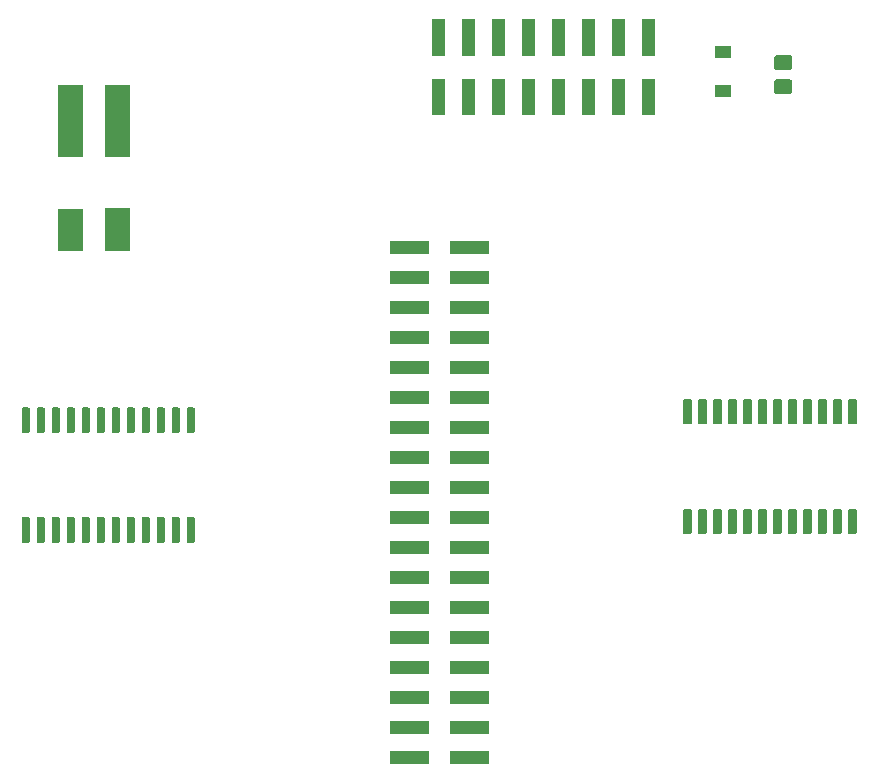
<source format=gbr>
G04 #@! TF.GenerationSoftware,KiCad,Pcbnew,5.1.2*
G04 #@! TF.CreationDate,2019-05-22T09:14:52+02:00*
G04 #@! TF.ProjectId,polythene_sensor,706f6c79-7468-4656-9e65-5f73656e736f,rev?*
G04 #@! TF.SameCoordinates,Original*
G04 #@! TF.FileFunction,Soldermask,Top*
G04 #@! TF.FilePolarity,Negative*
%FSLAX46Y46*%
G04 Gerber Fmt 4.6, Leading zero omitted, Abs format (unit mm)*
G04 Created by KiCad (PCBNEW 5.1.2) date 2019-05-22 09:14:52*
%MOMM*%
%LPD*%
G04 APERTURE LIST*
%ADD10C,0.100000*%
G04 APERTURE END LIST*
D10*
G36*
X173175300Y-117403700D02*
G01*
X169923300Y-117403700D01*
X169923300Y-116301700D01*
X173175300Y-116301700D01*
X173175300Y-117403700D01*
X173175300Y-117403700D01*
G37*
G36*
X168125300Y-117403700D02*
G01*
X164873300Y-117403700D01*
X164873300Y-116301700D01*
X168125300Y-116301700D01*
X168125300Y-117403700D01*
X168125300Y-117403700D01*
G37*
G36*
X168125300Y-114863700D02*
G01*
X164873300Y-114863700D01*
X164873300Y-113761700D01*
X168125300Y-113761700D01*
X168125300Y-114863700D01*
X168125300Y-114863700D01*
G37*
G36*
X173175300Y-114863700D02*
G01*
X169923300Y-114863700D01*
X169923300Y-113761700D01*
X173175300Y-113761700D01*
X173175300Y-114863700D01*
X173175300Y-114863700D01*
G37*
G36*
X168125300Y-112323700D02*
G01*
X164873300Y-112323700D01*
X164873300Y-111221700D01*
X168125300Y-111221700D01*
X168125300Y-112323700D01*
X168125300Y-112323700D01*
G37*
G36*
X173175300Y-112323700D02*
G01*
X169923300Y-112323700D01*
X169923300Y-111221700D01*
X173175300Y-111221700D01*
X173175300Y-112323700D01*
X173175300Y-112323700D01*
G37*
G36*
X168125300Y-109783700D02*
G01*
X164873300Y-109783700D01*
X164873300Y-108681700D01*
X168125300Y-108681700D01*
X168125300Y-109783700D01*
X168125300Y-109783700D01*
G37*
G36*
X173175300Y-109783700D02*
G01*
X169923300Y-109783700D01*
X169923300Y-108681700D01*
X173175300Y-108681700D01*
X173175300Y-109783700D01*
X173175300Y-109783700D01*
G37*
G36*
X168125300Y-107243700D02*
G01*
X164873300Y-107243700D01*
X164873300Y-106141700D01*
X168125300Y-106141700D01*
X168125300Y-107243700D01*
X168125300Y-107243700D01*
G37*
G36*
X173175300Y-107243700D02*
G01*
X169923300Y-107243700D01*
X169923300Y-106141700D01*
X173175300Y-106141700D01*
X173175300Y-107243700D01*
X173175300Y-107243700D01*
G37*
G36*
X173175300Y-104703700D02*
G01*
X169923300Y-104703700D01*
X169923300Y-103601700D01*
X173175300Y-103601700D01*
X173175300Y-104703700D01*
X173175300Y-104703700D01*
G37*
G36*
X168125300Y-104703700D02*
G01*
X164873300Y-104703700D01*
X164873300Y-103601700D01*
X168125300Y-103601700D01*
X168125300Y-104703700D01*
X168125300Y-104703700D01*
G37*
G36*
X168125300Y-102163700D02*
G01*
X164873300Y-102163700D01*
X164873300Y-101061700D01*
X168125300Y-101061700D01*
X168125300Y-102163700D01*
X168125300Y-102163700D01*
G37*
G36*
X173175300Y-102163700D02*
G01*
X169923300Y-102163700D01*
X169923300Y-101061700D01*
X173175300Y-101061700D01*
X173175300Y-102163700D01*
X173175300Y-102163700D01*
G37*
G36*
X173175300Y-99623700D02*
G01*
X169923300Y-99623700D01*
X169923300Y-98521700D01*
X173175300Y-98521700D01*
X173175300Y-99623700D01*
X173175300Y-99623700D01*
G37*
G36*
X168125300Y-99623700D02*
G01*
X164873300Y-99623700D01*
X164873300Y-98521700D01*
X168125300Y-98521700D01*
X168125300Y-99623700D01*
X168125300Y-99623700D01*
G37*
G36*
X146944928Y-96540764D02*
G01*
X146966009Y-96547160D01*
X146985445Y-96557548D01*
X147002476Y-96571524D01*
X147016452Y-96588555D01*
X147026840Y-96607991D01*
X147033236Y-96629072D01*
X147036000Y-96657140D01*
X147036000Y-98570860D01*
X147033236Y-98598928D01*
X147026840Y-98620009D01*
X147016452Y-98639445D01*
X147002476Y-98656476D01*
X146985445Y-98670452D01*
X146966009Y-98680840D01*
X146944928Y-98687236D01*
X146916860Y-98690000D01*
X146453140Y-98690000D01*
X146425072Y-98687236D01*
X146403991Y-98680840D01*
X146384555Y-98670452D01*
X146367524Y-98656476D01*
X146353548Y-98639445D01*
X146343160Y-98620009D01*
X146336764Y-98598928D01*
X146334000Y-98570860D01*
X146334000Y-96657140D01*
X146336764Y-96629072D01*
X146343160Y-96607991D01*
X146353548Y-96588555D01*
X146367524Y-96571524D01*
X146384555Y-96557548D01*
X146403991Y-96547160D01*
X146425072Y-96540764D01*
X146453140Y-96538000D01*
X146916860Y-96538000D01*
X146944928Y-96540764D01*
X146944928Y-96540764D01*
G37*
G36*
X138054928Y-96540764D02*
G01*
X138076009Y-96547160D01*
X138095445Y-96557548D01*
X138112476Y-96571524D01*
X138126452Y-96588555D01*
X138136840Y-96607991D01*
X138143236Y-96629072D01*
X138146000Y-96657140D01*
X138146000Y-98570860D01*
X138143236Y-98598928D01*
X138136840Y-98620009D01*
X138126452Y-98639445D01*
X138112476Y-98656476D01*
X138095445Y-98670452D01*
X138076009Y-98680840D01*
X138054928Y-98687236D01*
X138026860Y-98690000D01*
X137563140Y-98690000D01*
X137535072Y-98687236D01*
X137513991Y-98680840D01*
X137494555Y-98670452D01*
X137477524Y-98656476D01*
X137463548Y-98639445D01*
X137453160Y-98620009D01*
X137446764Y-98598928D01*
X137444000Y-98570860D01*
X137444000Y-96657140D01*
X137446764Y-96629072D01*
X137453160Y-96607991D01*
X137463548Y-96588555D01*
X137477524Y-96571524D01*
X137494555Y-96557548D01*
X137513991Y-96547160D01*
X137535072Y-96540764D01*
X137563140Y-96538000D01*
X138026860Y-96538000D01*
X138054928Y-96540764D01*
X138054928Y-96540764D01*
G37*
G36*
X136784928Y-96540764D02*
G01*
X136806009Y-96547160D01*
X136825445Y-96557548D01*
X136842476Y-96571524D01*
X136856452Y-96588555D01*
X136866840Y-96607991D01*
X136873236Y-96629072D01*
X136876000Y-96657140D01*
X136876000Y-98570860D01*
X136873236Y-98598928D01*
X136866840Y-98620009D01*
X136856452Y-98639445D01*
X136842476Y-98656476D01*
X136825445Y-98670452D01*
X136806009Y-98680840D01*
X136784928Y-98687236D01*
X136756860Y-98690000D01*
X136293140Y-98690000D01*
X136265072Y-98687236D01*
X136243991Y-98680840D01*
X136224555Y-98670452D01*
X136207524Y-98656476D01*
X136193548Y-98639445D01*
X136183160Y-98620009D01*
X136176764Y-98598928D01*
X136174000Y-98570860D01*
X136174000Y-96657140D01*
X136176764Y-96629072D01*
X136183160Y-96607991D01*
X136193548Y-96588555D01*
X136207524Y-96571524D01*
X136224555Y-96557548D01*
X136243991Y-96547160D01*
X136265072Y-96540764D01*
X136293140Y-96538000D01*
X136756860Y-96538000D01*
X136784928Y-96540764D01*
X136784928Y-96540764D01*
G37*
G36*
X135514928Y-96540764D02*
G01*
X135536009Y-96547160D01*
X135555445Y-96557548D01*
X135572476Y-96571524D01*
X135586452Y-96588555D01*
X135596840Y-96607991D01*
X135603236Y-96629072D01*
X135606000Y-96657140D01*
X135606000Y-98570860D01*
X135603236Y-98598928D01*
X135596840Y-98620009D01*
X135586452Y-98639445D01*
X135572476Y-98656476D01*
X135555445Y-98670452D01*
X135536009Y-98680840D01*
X135514928Y-98687236D01*
X135486860Y-98690000D01*
X135023140Y-98690000D01*
X134995072Y-98687236D01*
X134973991Y-98680840D01*
X134954555Y-98670452D01*
X134937524Y-98656476D01*
X134923548Y-98639445D01*
X134913160Y-98620009D01*
X134906764Y-98598928D01*
X134904000Y-98570860D01*
X134904000Y-96657140D01*
X134906764Y-96629072D01*
X134913160Y-96607991D01*
X134923548Y-96588555D01*
X134937524Y-96571524D01*
X134954555Y-96557548D01*
X134973991Y-96547160D01*
X134995072Y-96540764D01*
X135023140Y-96538000D01*
X135486860Y-96538000D01*
X135514928Y-96540764D01*
X135514928Y-96540764D01*
G37*
G36*
X134244928Y-96540764D02*
G01*
X134266009Y-96547160D01*
X134285445Y-96557548D01*
X134302476Y-96571524D01*
X134316452Y-96588555D01*
X134326840Y-96607991D01*
X134333236Y-96629072D01*
X134336000Y-96657140D01*
X134336000Y-98570860D01*
X134333236Y-98598928D01*
X134326840Y-98620009D01*
X134316452Y-98639445D01*
X134302476Y-98656476D01*
X134285445Y-98670452D01*
X134266009Y-98680840D01*
X134244928Y-98687236D01*
X134216860Y-98690000D01*
X133753140Y-98690000D01*
X133725072Y-98687236D01*
X133703991Y-98680840D01*
X133684555Y-98670452D01*
X133667524Y-98656476D01*
X133653548Y-98639445D01*
X133643160Y-98620009D01*
X133636764Y-98598928D01*
X133634000Y-98570860D01*
X133634000Y-96657140D01*
X133636764Y-96629072D01*
X133643160Y-96607991D01*
X133653548Y-96588555D01*
X133667524Y-96571524D01*
X133684555Y-96557548D01*
X133703991Y-96547160D01*
X133725072Y-96540764D01*
X133753140Y-96538000D01*
X134216860Y-96538000D01*
X134244928Y-96540764D01*
X134244928Y-96540764D01*
G37*
G36*
X140594928Y-96540764D02*
G01*
X140616009Y-96547160D01*
X140635445Y-96557548D01*
X140652476Y-96571524D01*
X140666452Y-96588555D01*
X140676840Y-96607991D01*
X140683236Y-96629072D01*
X140686000Y-96657140D01*
X140686000Y-98570860D01*
X140683236Y-98598928D01*
X140676840Y-98620009D01*
X140666452Y-98639445D01*
X140652476Y-98656476D01*
X140635445Y-98670452D01*
X140616009Y-98680840D01*
X140594928Y-98687236D01*
X140566860Y-98690000D01*
X140103140Y-98690000D01*
X140075072Y-98687236D01*
X140053991Y-98680840D01*
X140034555Y-98670452D01*
X140017524Y-98656476D01*
X140003548Y-98639445D01*
X139993160Y-98620009D01*
X139986764Y-98598928D01*
X139984000Y-98570860D01*
X139984000Y-96657140D01*
X139986764Y-96629072D01*
X139993160Y-96607991D01*
X140003548Y-96588555D01*
X140017524Y-96571524D01*
X140034555Y-96557548D01*
X140053991Y-96547160D01*
X140075072Y-96540764D01*
X140103140Y-96538000D01*
X140566860Y-96538000D01*
X140594928Y-96540764D01*
X140594928Y-96540764D01*
G37*
G36*
X141864928Y-96540764D02*
G01*
X141886009Y-96547160D01*
X141905445Y-96557548D01*
X141922476Y-96571524D01*
X141936452Y-96588555D01*
X141946840Y-96607991D01*
X141953236Y-96629072D01*
X141956000Y-96657140D01*
X141956000Y-98570860D01*
X141953236Y-98598928D01*
X141946840Y-98620009D01*
X141936452Y-98639445D01*
X141922476Y-98656476D01*
X141905445Y-98670452D01*
X141886009Y-98680840D01*
X141864928Y-98687236D01*
X141836860Y-98690000D01*
X141373140Y-98690000D01*
X141345072Y-98687236D01*
X141323991Y-98680840D01*
X141304555Y-98670452D01*
X141287524Y-98656476D01*
X141273548Y-98639445D01*
X141263160Y-98620009D01*
X141256764Y-98598928D01*
X141254000Y-98570860D01*
X141254000Y-96657140D01*
X141256764Y-96629072D01*
X141263160Y-96607991D01*
X141273548Y-96588555D01*
X141287524Y-96571524D01*
X141304555Y-96557548D01*
X141323991Y-96547160D01*
X141345072Y-96540764D01*
X141373140Y-96538000D01*
X141836860Y-96538000D01*
X141864928Y-96540764D01*
X141864928Y-96540764D01*
G37*
G36*
X143134928Y-96540764D02*
G01*
X143156009Y-96547160D01*
X143175445Y-96557548D01*
X143192476Y-96571524D01*
X143206452Y-96588555D01*
X143216840Y-96607991D01*
X143223236Y-96629072D01*
X143226000Y-96657140D01*
X143226000Y-98570860D01*
X143223236Y-98598928D01*
X143216840Y-98620009D01*
X143206452Y-98639445D01*
X143192476Y-98656476D01*
X143175445Y-98670452D01*
X143156009Y-98680840D01*
X143134928Y-98687236D01*
X143106860Y-98690000D01*
X142643140Y-98690000D01*
X142615072Y-98687236D01*
X142593991Y-98680840D01*
X142574555Y-98670452D01*
X142557524Y-98656476D01*
X142543548Y-98639445D01*
X142533160Y-98620009D01*
X142526764Y-98598928D01*
X142524000Y-98570860D01*
X142524000Y-96657140D01*
X142526764Y-96629072D01*
X142533160Y-96607991D01*
X142543548Y-96588555D01*
X142557524Y-96571524D01*
X142574555Y-96557548D01*
X142593991Y-96547160D01*
X142615072Y-96540764D01*
X142643140Y-96538000D01*
X143106860Y-96538000D01*
X143134928Y-96540764D01*
X143134928Y-96540764D01*
G37*
G36*
X144404928Y-96540764D02*
G01*
X144426009Y-96547160D01*
X144445445Y-96557548D01*
X144462476Y-96571524D01*
X144476452Y-96588555D01*
X144486840Y-96607991D01*
X144493236Y-96629072D01*
X144496000Y-96657140D01*
X144496000Y-98570860D01*
X144493236Y-98598928D01*
X144486840Y-98620009D01*
X144476452Y-98639445D01*
X144462476Y-98656476D01*
X144445445Y-98670452D01*
X144426009Y-98680840D01*
X144404928Y-98687236D01*
X144376860Y-98690000D01*
X143913140Y-98690000D01*
X143885072Y-98687236D01*
X143863991Y-98680840D01*
X143844555Y-98670452D01*
X143827524Y-98656476D01*
X143813548Y-98639445D01*
X143803160Y-98620009D01*
X143796764Y-98598928D01*
X143794000Y-98570860D01*
X143794000Y-96657140D01*
X143796764Y-96629072D01*
X143803160Y-96607991D01*
X143813548Y-96588555D01*
X143827524Y-96571524D01*
X143844555Y-96557548D01*
X143863991Y-96547160D01*
X143885072Y-96540764D01*
X143913140Y-96538000D01*
X144376860Y-96538000D01*
X144404928Y-96540764D01*
X144404928Y-96540764D01*
G37*
G36*
X139324928Y-96540764D02*
G01*
X139346009Y-96547160D01*
X139365445Y-96557548D01*
X139382476Y-96571524D01*
X139396452Y-96588555D01*
X139406840Y-96607991D01*
X139413236Y-96629072D01*
X139416000Y-96657140D01*
X139416000Y-98570860D01*
X139413236Y-98598928D01*
X139406840Y-98620009D01*
X139396452Y-98639445D01*
X139382476Y-98656476D01*
X139365445Y-98670452D01*
X139346009Y-98680840D01*
X139324928Y-98687236D01*
X139296860Y-98690000D01*
X138833140Y-98690000D01*
X138805072Y-98687236D01*
X138783991Y-98680840D01*
X138764555Y-98670452D01*
X138747524Y-98656476D01*
X138733548Y-98639445D01*
X138723160Y-98620009D01*
X138716764Y-98598928D01*
X138714000Y-98570860D01*
X138714000Y-96657140D01*
X138716764Y-96629072D01*
X138723160Y-96607991D01*
X138733548Y-96588555D01*
X138747524Y-96571524D01*
X138764555Y-96557548D01*
X138783991Y-96547160D01*
X138805072Y-96540764D01*
X138833140Y-96538000D01*
X139296860Y-96538000D01*
X139324928Y-96540764D01*
X139324928Y-96540764D01*
G37*
G36*
X145674928Y-96540764D02*
G01*
X145696009Y-96547160D01*
X145715445Y-96557548D01*
X145732476Y-96571524D01*
X145746452Y-96588555D01*
X145756840Y-96607991D01*
X145763236Y-96629072D01*
X145766000Y-96657140D01*
X145766000Y-98570860D01*
X145763236Y-98598928D01*
X145756840Y-98620009D01*
X145746452Y-98639445D01*
X145732476Y-98656476D01*
X145715445Y-98670452D01*
X145696009Y-98680840D01*
X145674928Y-98687236D01*
X145646860Y-98690000D01*
X145183140Y-98690000D01*
X145155072Y-98687236D01*
X145133991Y-98680840D01*
X145114555Y-98670452D01*
X145097524Y-98656476D01*
X145083548Y-98639445D01*
X145073160Y-98620009D01*
X145066764Y-98598928D01*
X145064000Y-98570860D01*
X145064000Y-96657140D01*
X145066764Y-96629072D01*
X145073160Y-96607991D01*
X145083548Y-96588555D01*
X145097524Y-96571524D01*
X145114555Y-96557548D01*
X145133991Y-96547160D01*
X145155072Y-96540764D01*
X145183140Y-96538000D01*
X145646860Y-96538000D01*
X145674928Y-96540764D01*
X145674928Y-96540764D01*
G37*
G36*
X148214928Y-96540764D02*
G01*
X148236009Y-96547160D01*
X148255445Y-96557548D01*
X148272476Y-96571524D01*
X148286452Y-96588555D01*
X148296840Y-96607991D01*
X148303236Y-96629072D01*
X148306000Y-96657140D01*
X148306000Y-98570860D01*
X148303236Y-98598928D01*
X148296840Y-98620009D01*
X148286452Y-98639445D01*
X148272476Y-98656476D01*
X148255445Y-98670452D01*
X148236009Y-98680840D01*
X148214928Y-98687236D01*
X148186860Y-98690000D01*
X147723140Y-98690000D01*
X147695072Y-98687236D01*
X147673991Y-98680840D01*
X147654555Y-98670452D01*
X147637524Y-98656476D01*
X147623548Y-98639445D01*
X147613160Y-98620009D01*
X147606764Y-98598928D01*
X147604000Y-98570860D01*
X147604000Y-96657140D01*
X147606764Y-96629072D01*
X147613160Y-96607991D01*
X147623548Y-96588555D01*
X147637524Y-96571524D01*
X147654555Y-96557548D01*
X147673991Y-96547160D01*
X147695072Y-96540764D01*
X147723140Y-96538000D01*
X148186860Y-96538000D01*
X148214928Y-96540764D01*
X148214928Y-96540764D01*
G37*
G36*
X204247328Y-95816864D02*
G01*
X204268409Y-95823260D01*
X204287845Y-95833648D01*
X204304876Y-95847624D01*
X204318852Y-95864655D01*
X204329240Y-95884091D01*
X204335636Y-95905172D01*
X204338400Y-95933240D01*
X204338400Y-97846960D01*
X204335636Y-97875028D01*
X204329240Y-97896109D01*
X204318852Y-97915545D01*
X204304876Y-97932576D01*
X204287845Y-97946552D01*
X204268409Y-97956940D01*
X204247328Y-97963336D01*
X204219260Y-97966100D01*
X203755540Y-97966100D01*
X203727472Y-97963336D01*
X203706391Y-97956940D01*
X203686955Y-97946552D01*
X203669924Y-97932576D01*
X203655948Y-97915545D01*
X203645560Y-97896109D01*
X203639164Y-97875028D01*
X203636400Y-97846960D01*
X203636400Y-95933240D01*
X203639164Y-95905172D01*
X203645560Y-95884091D01*
X203655948Y-95864655D01*
X203669924Y-95847624D01*
X203686955Y-95833648D01*
X203706391Y-95823260D01*
X203727472Y-95816864D01*
X203755540Y-95814100D01*
X204219260Y-95814100D01*
X204247328Y-95816864D01*
X204247328Y-95816864D01*
G37*
G36*
X201707328Y-95816864D02*
G01*
X201728409Y-95823260D01*
X201747845Y-95833648D01*
X201764876Y-95847624D01*
X201778852Y-95864655D01*
X201789240Y-95884091D01*
X201795636Y-95905172D01*
X201798400Y-95933240D01*
X201798400Y-97846960D01*
X201795636Y-97875028D01*
X201789240Y-97896109D01*
X201778852Y-97915545D01*
X201764876Y-97932576D01*
X201747845Y-97946552D01*
X201728409Y-97956940D01*
X201707328Y-97963336D01*
X201679260Y-97966100D01*
X201215540Y-97966100D01*
X201187472Y-97963336D01*
X201166391Y-97956940D01*
X201146955Y-97946552D01*
X201129924Y-97932576D01*
X201115948Y-97915545D01*
X201105560Y-97896109D01*
X201099164Y-97875028D01*
X201096400Y-97846960D01*
X201096400Y-95933240D01*
X201099164Y-95905172D01*
X201105560Y-95884091D01*
X201115948Y-95864655D01*
X201129924Y-95847624D01*
X201146955Y-95833648D01*
X201166391Y-95823260D01*
X201187472Y-95816864D01*
X201215540Y-95814100D01*
X201679260Y-95814100D01*
X201707328Y-95816864D01*
X201707328Y-95816864D01*
G37*
G36*
X199167328Y-95816864D02*
G01*
X199188409Y-95823260D01*
X199207845Y-95833648D01*
X199224876Y-95847624D01*
X199238852Y-95864655D01*
X199249240Y-95884091D01*
X199255636Y-95905172D01*
X199258400Y-95933240D01*
X199258400Y-97846960D01*
X199255636Y-97875028D01*
X199249240Y-97896109D01*
X199238852Y-97915545D01*
X199224876Y-97932576D01*
X199207845Y-97946552D01*
X199188409Y-97956940D01*
X199167328Y-97963336D01*
X199139260Y-97966100D01*
X198675540Y-97966100D01*
X198647472Y-97963336D01*
X198626391Y-97956940D01*
X198606955Y-97946552D01*
X198589924Y-97932576D01*
X198575948Y-97915545D01*
X198565560Y-97896109D01*
X198559164Y-97875028D01*
X198556400Y-97846960D01*
X198556400Y-95933240D01*
X198559164Y-95905172D01*
X198565560Y-95884091D01*
X198575948Y-95864655D01*
X198589924Y-95847624D01*
X198606955Y-95833648D01*
X198626391Y-95823260D01*
X198647472Y-95816864D01*
X198675540Y-95814100D01*
X199139260Y-95814100D01*
X199167328Y-95816864D01*
X199167328Y-95816864D01*
G37*
G36*
X197897328Y-95816864D02*
G01*
X197918409Y-95823260D01*
X197937845Y-95833648D01*
X197954876Y-95847624D01*
X197968852Y-95864655D01*
X197979240Y-95884091D01*
X197985636Y-95905172D01*
X197988400Y-95933240D01*
X197988400Y-97846960D01*
X197985636Y-97875028D01*
X197979240Y-97896109D01*
X197968852Y-97915545D01*
X197954876Y-97932576D01*
X197937845Y-97946552D01*
X197918409Y-97956940D01*
X197897328Y-97963336D01*
X197869260Y-97966100D01*
X197405540Y-97966100D01*
X197377472Y-97963336D01*
X197356391Y-97956940D01*
X197336955Y-97946552D01*
X197319924Y-97932576D01*
X197305948Y-97915545D01*
X197295560Y-97896109D01*
X197289164Y-97875028D01*
X197286400Y-97846960D01*
X197286400Y-95933240D01*
X197289164Y-95905172D01*
X197295560Y-95884091D01*
X197305948Y-95864655D01*
X197319924Y-95847624D01*
X197336955Y-95833648D01*
X197356391Y-95823260D01*
X197377472Y-95816864D01*
X197405540Y-95814100D01*
X197869260Y-95814100D01*
X197897328Y-95816864D01*
X197897328Y-95816864D01*
G37*
G36*
X196627328Y-95816864D02*
G01*
X196648409Y-95823260D01*
X196667845Y-95833648D01*
X196684876Y-95847624D01*
X196698852Y-95864655D01*
X196709240Y-95884091D01*
X196715636Y-95905172D01*
X196718400Y-95933240D01*
X196718400Y-97846960D01*
X196715636Y-97875028D01*
X196709240Y-97896109D01*
X196698852Y-97915545D01*
X196684876Y-97932576D01*
X196667845Y-97946552D01*
X196648409Y-97956940D01*
X196627328Y-97963336D01*
X196599260Y-97966100D01*
X196135540Y-97966100D01*
X196107472Y-97963336D01*
X196086391Y-97956940D01*
X196066955Y-97946552D01*
X196049924Y-97932576D01*
X196035948Y-97915545D01*
X196025560Y-97896109D01*
X196019164Y-97875028D01*
X196016400Y-97846960D01*
X196016400Y-95933240D01*
X196019164Y-95905172D01*
X196025560Y-95884091D01*
X196035948Y-95864655D01*
X196049924Y-95847624D01*
X196066955Y-95833648D01*
X196086391Y-95823260D01*
X196107472Y-95816864D01*
X196135540Y-95814100D01*
X196599260Y-95814100D01*
X196627328Y-95816864D01*
X196627328Y-95816864D01*
G37*
G36*
X195357328Y-95816864D02*
G01*
X195378409Y-95823260D01*
X195397845Y-95833648D01*
X195414876Y-95847624D01*
X195428852Y-95864655D01*
X195439240Y-95884091D01*
X195445636Y-95905172D01*
X195448400Y-95933240D01*
X195448400Y-97846960D01*
X195445636Y-97875028D01*
X195439240Y-97896109D01*
X195428852Y-97915545D01*
X195414876Y-97932576D01*
X195397845Y-97946552D01*
X195378409Y-97956940D01*
X195357328Y-97963336D01*
X195329260Y-97966100D01*
X194865540Y-97966100D01*
X194837472Y-97963336D01*
X194816391Y-97956940D01*
X194796955Y-97946552D01*
X194779924Y-97932576D01*
X194765948Y-97915545D01*
X194755560Y-97896109D01*
X194749164Y-97875028D01*
X194746400Y-97846960D01*
X194746400Y-95933240D01*
X194749164Y-95905172D01*
X194755560Y-95884091D01*
X194765948Y-95864655D01*
X194779924Y-95847624D01*
X194796955Y-95833648D01*
X194816391Y-95823260D01*
X194837472Y-95816864D01*
X194865540Y-95814100D01*
X195329260Y-95814100D01*
X195357328Y-95816864D01*
X195357328Y-95816864D01*
G37*
G36*
X192817328Y-95816864D02*
G01*
X192838409Y-95823260D01*
X192857845Y-95833648D01*
X192874876Y-95847624D01*
X192888852Y-95864655D01*
X192899240Y-95884091D01*
X192905636Y-95905172D01*
X192908400Y-95933240D01*
X192908400Y-97846960D01*
X192905636Y-97875028D01*
X192899240Y-97896109D01*
X192888852Y-97915545D01*
X192874876Y-97932576D01*
X192857845Y-97946552D01*
X192838409Y-97956940D01*
X192817328Y-97963336D01*
X192789260Y-97966100D01*
X192325540Y-97966100D01*
X192297472Y-97963336D01*
X192276391Y-97956940D01*
X192256955Y-97946552D01*
X192239924Y-97932576D01*
X192225948Y-97915545D01*
X192215560Y-97896109D01*
X192209164Y-97875028D01*
X192206400Y-97846960D01*
X192206400Y-95933240D01*
X192209164Y-95905172D01*
X192215560Y-95884091D01*
X192225948Y-95864655D01*
X192239924Y-95847624D01*
X192256955Y-95833648D01*
X192276391Y-95823260D01*
X192297472Y-95816864D01*
X192325540Y-95814100D01*
X192789260Y-95814100D01*
X192817328Y-95816864D01*
X192817328Y-95816864D01*
G37*
G36*
X191547328Y-95816864D02*
G01*
X191568409Y-95823260D01*
X191587845Y-95833648D01*
X191604876Y-95847624D01*
X191618852Y-95864655D01*
X191629240Y-95884091D01*
X191635636Y-95905172D01*
X191638400Y-95933240D01*
X191638400Y-97846960D01*
X191635636Y-97875028D01*
X191629240Y-97896109D01*
X191618852Y-97915545D01*
X191604876Y-97932576D01*
X191587845Y-97946552D01*
X191568409Y-97956940D01*
X191547328Y-97963336D01*
X191519260Y-97966100D01*
X191055540Y-97966100D01*
X191027472Y-97963336D01*
X191006391Y-97956940D01*
X190986955Y-97946552D01*
X190969924Y-97932576D01*
X190955948Y-97915545D01*
X190945560Y-97896109D01*
X190939164Y-97875028D01*
X190936400Y-97846960D01*
X190936400Y-95933240D01*
X190939164Y-95905172D01*
X190945560Y-95884091D01*
X190955948Y-95864655D01*
X190969924Y-95847624D01*
X190986955Y-95833648D01*
X191006391Y-95823260D01*
X191027472Y-95816864D01*
X191055540Y-95814100D01*
X191519260Y-95814100D01*
X191547328Y-95816864D01*
X191547328Y-95816864D01*
G37*
G36*
X190277328Y-95816864D02*
G01*
X190298409Y-95823260D01*
X190317845Y-95833648D01*
X190334876Y-95847624D01*
X190348852Y-95864655D01*
X190359240Y-95884091D01*
X190365636Y-95905172D01*
X190368400Y-95933240D01*
X190368400Y-97846960D01*
X190365636Y-97875028D01*
X190359240Y-97896109D01*
X190348852Y-97915545D01*
X190334876Y-97932576D01*
X190317845Y-97946552D01*
X190298409Y-97956940D01*
X190277328Y-97963336D01*
X190249260Y-97966100D01*
X189785540Y-97966100D01*
X189757472Y-97963336D01*
X189736391Y-97956940D01*
X189716955Y-97946552D01*
X189699924Y-97932576D01*
X189685948Y-97915545D01*
X189675560Y-97896109D01*
X189669164Y-97875028D01*
X189666400Y-97846960D01*
X189666400Y-95933240D01*
X189669164Y-95905172D01*
X189675560Y-95884091D01*
X189685948Y-95864655D01*
X189699924Y-95847624D01*
X189716955Y-95833648D01*
X189736391Y-95823260D01*
X189757472Y-95816864D01*
X189785540Y-95814100D01*
X190249260Y-95814100D01*
X190277328Y-95816864D01*
X190277328Y-95816864D01*
G37*
G36*
X202977328Y-95816864D02*
G01*
X202998409Y-95823260D01*
X203017845Y-95833648D01*
X203034876Y-95847624D01*
X203048852Y-95864655D01*
X203059240Y-95884091D01*
X203065636Y-95905172D01*
X203068400Y-95933240D01*
X203068400Y-97846960D01*
X203065636Y-97875028D01*
X203059240Y-97896109D01*
X203048852Y-97915545D01*
X203034876Y-97932576D01*
X203017845Y-97946552D01*
X202998409Y-97956940D01*
X202977328Y-97963336D01*
X202949260Y-97966100D01*
X202485540Y-97966100D01*
X202457472Y-97963336D01*
X202436391Y-97956940D01*
X202416955Y-97946552D01*
X202399924Y-97932576D01*
X202385948Y-97915545D01*
X202375560Y-97896109D01*
X202369164Y-97875028D01*
X202366400Y-97846960D01*
X202366400Y-95933240D01*
X202369164Y-95905172D01*
X202375560Y-95884091D01*
X202385948Y-95864655D01*
X202399924Y-95847624D01*
X202416955Y-95833648D01*
X202436391Y-95823260D01*
X202457472Y-95816864D01*
X202485540Y-95814100D01*
X202949260Y-95814100D01*
X202977328Y-95816864D01*
X202977328Y-95816864D01*
G37*
G36*
X200437328Y-95816864D02*
G01*
X200458409Y-95823260D01*
X200477845Y-95833648D01*
X200494876Y-95847624D01*
X200508852Y-95864655D01*
X200519240Y-95884091D01*
X200525636Y-95905172D01*
X200528400Y-95933240D01*
X200528400Y-97846960D01*
X200525636Y-97875028D01*
X200519240Y-97896109D01*
X200508852Y-97915545D01*
X200494876Y-97932576D01*
X200477845Y-97946552D01*
X200458409Y-97956940D01*
X200437328Y-97963336D01*
X200409260Y-97966100D01*
X199945540Y-97966100D01*
X199917472Y-97963336D01*
X199896391Y-97956940D01*
X199876955Y-97946552D01*
X199859924Y-97932576D01*
X199845948Y-97915545D01*
X199835560Y-97896109D01*
X199829164Y-97875028D01*
X199826400Y-97846960D01*
X199826400Y-95933240D01*
X199829164Y-95905172D01*
X199835560Y-95884091D01*
X199845948Y-95864655D01*
X199859924Y-95847624D01*
X199876955Y-95833648D01*
X199896391Y-95823260D01*
X199917472Y-95816864D01*
X199945540Y-95814100D01*
X200409260Y-95814100D01*
X200437328Y-95816864D01*
X200437328Y-95816864D01*
G37*
G36*
X194087328Y-95816864D02*
G01*
X194108409Y-95823260D01*
X194127845Y-95833648D01*
X194144876Y-95847624D01*
X194158852Y-95864655D01*
X194169240Y-95884091D01*
X194175636Y-95905172D01*
X194178400Y-95933240D01*
X194178400Y-97846960D01*
X194175636Y-97875028D01*
X194169240Y-97896109D01*
X194158852Y-97915545D01*
X194144876Y-97932576D01*
X194127845Y-97946552D01*
X194108409Y-97956940D01*
X194087328Y-97963336D01*
X194059260Y-97966100D01*
X193595540Y-97966100D01*
X193567472Y-97963336D01*
X193546391Y-97956940D01*
X193526955Y-97946552D01*
X193509924Y-97932576D01*
X193495948Y-97915545D01*
X193485560Y-97896109D01*
X193479164Y-97875028D01*
X193476400Y-97846960D01*
X193476400Y-95933240D01*
X193479164Y-95905172D01*
X193485560Y-95884091D01*
X193495948Y-95864655D01*
X193509924Y-95847624D01*
X193526955Y-95833648D01*
X193546391Y-95823260D01*
X193567472Y-95816864D01*
X193595540Y-95814100D01*
X194059260Y-95814100D01*
X194087328Y-95816864D01*
X194087328Y-95816864D01*
G37*
G36*
X168125300Y-97083700D02*
G01*
X164873300Y-97083700D01*
X164873300Y-95981700D01*
X168125300Y-95981700D01*
X168125300Y-97083700D01*
X168125300Y-97083700D01*
G37*
G36*
X173175300Y-97083700D02*
G01*
X169923300Y-97083700D01*
X169923300Y-95981700D01*
X173175300Y-95981700D01*
X173175300Y-97083700D01*
X173175300Y-97083700D01*
G37*
G36*
X173175300Y-94543700D02*
G01*
X169923300Y-94543700D01*
X169923300Y-93441700D01*
X173175300Y-93441700D01*
X173175300Y-94543700D01*
X173175300Y-94543700D01*
G37*
G36*
X168125300Y-94543700D02*
G01*
X164873300Y-94543700D01*
X164873300Y-93441700D01*
X168125300Y-93441700D01*
X168125300Y-94543700D01*
X168125300Y-94543700D01*
G37*
G36*
X173175300Y-92003700D02*
G01*
X169923300Y-92003700D01*
X169923300Y-90901700D01*
X173175300Y-90901700D01*
X173175300Y-92003700D01*
X173175300Y-92003700D01*
G37*
G36*
X168125300Y-92003700D02*
G01*
X164873300Y-92003700D01*
X164873300Y-90901700D01*
X168125300Y-90901700D01*
X168125300Y-92003700D01*
X168125300Y-92003700D01*
G37*
G36*
X168125300Y-89463700D02*
G01*
X164873300Y-89463700D01*
X164873300Y-88361700D01*
X168125300Y-88361700D01*
X168125300Y-89463700D01*
X168125300Y-89463700D01*
G37*
G36*
X173175300Y-89463700D02*
G01*
X169923300Y-89463700D01*
X169923300Y-88361700D01*
X173175300Y-88361700D01*
X173175300Y-89463700D01*
X173175300Y-89463700D01*
G37*
G36*
X134244928Y-87240764D02*
G01*
X134266009Y-87247160D01*
X134285445Y-87257548D01*
X134302476Y-87271524D01*
X134316452Y-87288555D01*
X134326840Y-87307991D01*
X134333236Y-87329072D01*
X134336000Y-87357140D01*
X134336000Y-89270860D01*
X134333236Y-89298928D01*
X134326840Y-89320009D01*
X134316452Y-89339445D01*
X134302476Y-89356476D01*
X134285445Y-89370452D01*
X134266009Y-89380840D01*
X134244928Y-89387236D01*
X134216860Y-89390000D01*
X133753140Y-89390000D01*
X133725072Y-89387236D01*
X133703991Y-89380840D01*
X133684555Y-89370452D01*
X133667524Y-89356476D01*
X133653548Y-89339445D01*
X133643160Y-89320009D01*
X133636764Y-89298928D01*
X133634000Y-89270860D01*
X133634000Y-87357140D01*
X133636764Y-87329072D01*
X133643160Y-87307991D01*
X133653548Y-87288555D01*
X133667524Y-87271524D01*
X133684555Y-87257548D01*
X133703991Y-87247160D01*
X133725072Y-87240764D01*
X133753140Y-87238000D01*
X134216860Y-87238000D01*
X134244928Y-87240764D01*
X134244928Y-87240764D01*
G37*
G36*
X135514928Y-87240764D02*
G01*
X135536009Y-87247160D01*
X135555445Y-87257548D01*
X135572476Y-87271524D01*
X135586452Y-87288555D01*
X135596840Y-87307991D01*
X135603236Y-87329072D01*
X135606000Y-87357140D01*
X135606000Y-89270860D01*
X135603236Y-89298928D01*
X135596840Y-89320009D01*
X135586452Y-89339445D01*
X135572476Y-89356476D01*
X135555445Y-89370452D01*
X135536009Y-89380840D01*
X135514928Y-89387236D01*
X135486860Y-89390000D01*
X135023140Y-89390000D01*
X134995072Y-89387236D01*
X134973991Y-89380840D01*
X134954555Y-89370452D01*
X134937524Y-89356476D01*
X134923548Y-89339445D01*
X134913160Y-89320009D01*
X134906764Y-89298928D01*
X134904000Y-89270860D01*
X134904000Y-87357140D01*
X134906764Y-87329072D01*
X134913160Y-87307991D01*
X134923548Y-87288555D01*
X134937524Y-87271524D01*
X134954555Y-87257548D01*
X134973991Y-87247160D01*
X134995072Y-87240764D01*
X135023140Y-87238000D01*
X135486860Y-87238000D01*
X135514928Y-87240764D01*
X135514928Y-87240764D01*
G37*
G36*
X138054928Y-87240764D02*
G01*
X138076009Y-87247160D01*
X138095445Y-87257548D01*
X138112476Y-87271524D01*
X138126452Y-87288555D01*
X138136840Y-87307991D01*
X138143236Y-87329072D01*
X138146000Y-87357140D01*
X138146000Y-89270860D01*
X138143236Y-89298928D01*
X138136840Y-89320009D01*
X138126452Y-89339445D01*
X138112476Y-89356476D01*
X138095445Y-89370452D01*
X138076009Y-89380840D01*
X138054928Y-89387236D01*
X138026860Y-89390000D01*
X137563140Y-89390000D01*
X137535072Y-89387236D01*
X137513991Y-89380840D01*
X137494555Y-89370452D01*
X137477524Y-89356476D01*
X137463548Y-89339445D01*
X137453160Y-89320009D01*
X137446764Y-89298928D01*
X137444000Y-89270860D01*
X137444000Y-87357140D01*
X137446764Y-87329072D01*
X137453160Y-87307991D01*
X137463548Y-87288555D01*
X137477524Y-87271524D01*
X137494555Y-87257548D01*
X137513991Y-87247160D01*
X137535072Y-87240764D01*
X137563140Y-87238000D01*
X138026860Y-87238000D01*
X138054928Y-87240764D01*
X138054928Y-87240764D01*
G37*
G36*
X139324928Y-87240764D02*
G01*
X139346009Y-87247160D01*
X139365445Y-87257548D01*
X139382476Y-87271524D01*
X139396452Y-87288555D01*
X139406840Y-87307991D01*
X139413236Y-87329072D01*
X139416000Y-87357140D01*
X139416000Y-89270860D01*
X139413236Y-89298928D01*
X139406840Y-89320009D01*
X139396452Y-89339445D01*
X139382476Y-89356476D01*
X139365445Y-89370452D01*
X139346009Y-89380840D01*
X139324928Y-89387236D01*
X139296860Y-89390000D01*
X138833140Y-89390000D01*
X138805072Y-89387236D01*
X138783991Y-89380840D01*
X138764555Y-89370452D01*
X138747524Y-89356476D01*
X138733548Y-89339445D01*
X138723160Y-89320009D01*
X138716764Y-89298928D01*
X138714000Y-89270860D01*
X138714000Y-87357140D01*
X138716764Y-87329072D01*
X138723160Y-87307991D01*
X138733548Y-87288555D01*
X138747524Y-87271524D01*
X138764555Y-87257548D01*
X138783991Y-87247160D01*
X138805072Y-87240764D01*
X138833140Y-87238000D01*
X139296860Y-87238000D01*
X139324928Y-87240764D01*
X139324928Y-87240764D01*
G37*
G36*
X140594928Y-87240764D02*
G01*
X140616009Y-87247160D01*
X140635445Y-87257548D01*
X140652476Y-87271524D01*
X140666452Y-87288555D01*
X140676840Y-87307991D01*
X140683236Y-87329072D01*
X140686000Y-87357140D01*
X140686000Y-89270860D01*
X140683236Y-89298928D01*
X140676840Y-89320009D01*
X140666452Y-89339445D01*
X140652476Y-89356476D01*
X140635445Y-89370452D01*
X140616009Y-89380840D01*
X140594928Y-89387236D01*
X140566860Y-89390000D01*
X140103140Y-89390000D01*
X140075072Y-89387236D01*
X140053991Y-89380840D01*
X140034555Y-89370452D01*
X140017524Y-89356476D01*
X140003548Y-89339445D01*
X139993160Y-89320009D01*
X139986764Y-89298928D01*
X139984000Y-89270860D01*
X139984000Y-87357140D01*
X139986764Y-87329072D01*
X139993160Y-87307991D01*
X140003548Y-87288555D01*
X140017524Y-87271524D01*
X140034555Y-87257548D01*
X140053991Y-87247160D01*
X140075072Y-87240764D01*
X140103140Y-87238000D01*
X140566860Y-87238000D01*
X140594928Y-87240764D01*
X140594928Y-87240764D01*
G37*
G36*
X141864928Y-87240764D02*
G01*
X141886009Y-87247160D01*
X141905445Y-87257548D01*
X141922476Y-87271524D01*
X141936452Y-87288555D01*
X141946840Y-87307991D01*
X141953236Y-87329072D01*
X141956000Y-87357140D01*
X141956000Y-89270860D01*
X141953236Y-89298928D01*
X141946840Y-89320009D01*
X141936452Y-89339445D01*
X141922476Y-89356476D01*
X141905445Y-89370452D01*
X141886009Y-89380840D01*
X141864928Y-89387236D01*
X141836860Y-89390000D01*
X141373140Y-89390000D01*
X141345072Y-89387236D01*
X141323991Y-89380840D01*
X141304555Y-89370452D01*
X141287524Y-89356476D01*
X141273548Y-89339445D01*
X141263160Y-89320009D01*
X141256764Y-89298928D01*
X141254000Y-89270860D01*
X141254000Y-87357140D01*
X141256764Y-87329072D01*
X141263160Y-87307991D01*
X141273548Y-87288555D01*
X141287524Y-87271524D01*
X141304555Y-87257548D01*
X141323991Y-87247160D01*
X141345072Y-87240764D01*
X141373140Y-87238000D01*
X141836860Y-87238000D01*
X141864928Y-87240764D01*
X141864928Y-87240764D01*
G37*
G36*
X144404928Y-87240764D02*
G01*
X144426009Y-87247160D01*
X144445445Y-87257548D01*
X144462476Y-87271524D01*
X144476452Y-87288555D01*
X144486840Y-87307991D01*
X144493236Y-87329072D01*
X144496000Y-87357140D01*
X144496000Y-89270860D01*
X144493236Y-89298928D01*
X144486840Y-89320009D01*
X144476452Y-89339445D01*
X144462476Y-89356476D01*
X144445445Y-89370452D01*
X144426009Y-89380840D01*
X144404928Y-89387236D01*
X144376860Y-89390000D01*
X143913140Y-89390000D01*
X143885072Y-89387236D01*
X143863991Y-89380840D01*
X143844555Y-89370452D01*
X143827524Y-89356476D01*
X143813548Y-89339445D01*
X143803160Y-89320009D01*
X143796764Y-89298928D01*
X143794000Y-89270860D01*
X143794000Y-87357140D01*
X143796764Y-87329072D01*
X143803160Y-87307991D01*
X143813548Y-87288555D01*
X143827524Y-87271524D01*
X143844555Y-87257548D01*
X143863991Y-87247160D01*
X143885072Y-87240764D01*
X143913140Y-87238000D01*
X144376860Y-87238000D01*
X144404928Y-87240764D01*
X144404928Y-87240764D01*
G37*
G36*
X143134928Y-87240764D02*
G01*
X143156009Y-87247160D01*
X143175445Y-87257548D01*
X143192476Y-87271524D01*
X143206452Y-87288555D01*
X143216840Y-87307991D01*
X143223236Y-87329072D01*
X143226000Y-87357140D01*
X143226000Y-89270860D01*
X143223236Y-89298928D01*
X143216840Y-89320009D01*
X143206452Y-89339445D01*
X143192476Y-89356476D01*
X143175445Y-89370452D01*
X143156009Y-89380840D01*
X143134928Y-89387236D01*
X143106860Y-89390000D01*
X142643140Y-89390000D01*
X142615072Y-89387236D01*
X142593991Y-89380840D01*
X142574555Y-89370452D01*
X142557524Y-89356476D01*
X142543548Y-89339445D01*
X142533160Y-89320009D01*
X142526764Y-89298928D01*
X142524000Y-89270860D01*
X142524000Y-87357140D01*
X142526764Y-87329072D01*
X142533160Y-87307991D01*
X142543548Y-87288555D01*
X142557524Y-87271524D01*
X142574555Y-87257548D01*
X142593991Y-87247160D01*
X142615072Y-87240764D01*
X142643140Y-87238000D01*
X143106860Y-87238000D01*
X143134928Y-87240764D01*
X143134928Y-87240764D01*
G37*
G36*
X136784928Y-87240764D02*
G01*
X136806009Y-87247160D01*
X136825445Y-87257548D01*
X136842476Y-87271524D01*
X136856452Y-87288555D01*
X136866840Y-87307991D01*
X136873236Y-87329072D01*
X136876000Y-87357140D01*
X136876000Y-89270860D01*
X136873236Y-89298928D01*
X136866840Y-89320009D01*
X136856452Y-89339445D01*
X136842476Y-89356476D01*
X136825445Y-89370452D01*
X136806009Y-89380840D01*
X136784928Y-89387236D01*
X136756860Y-89390000D01*
X136293140Y-89390000D01*
X136265072Y-89387236D01*
X136243991Y-89380840D01*
X136224555Y-89370452D01*
X136207524Y-89356476D01*
X136193548Y-89339445D01*
X136183160Y-89320009D01*
X136176764Y-89298928D01*
X136174000Y-89270860D01*
X136174000Y-87357140D01*
X136176764Y-87329072D01*
X136183160Y-87307991D01*
X136193548Y-87288555D01*
X136207524Y-87271524D01*
X136224555Y-87257548D01*
X136243991Y-87247160D01*
X136265072Y-87240764D01*
X136293140Y-87238000D01*
X136756860Y-87238000D01*
X136784928Y-87240764D01*
X136784928Y-87240764D01*
G37*
G36*
X148214928Y-87240764D02*
G01*
X148236009Y-87247160D01*
X148255445Y-87257548D01*
X148272476Y-87271524D01*
X148286452Y-87288555D01*
X148296840Y-87307991D01*
X148303236Y-87329072D01*
X148306000Y-87357140D01*
X148306000Y-89270860D01*
X148303236Y-89298928D01*
X148296840Y-89320009D01*
X148286452Y-89339445D01*
X148272476Y-89356476D01*
X148255445Y-89370452D01*
X148236009Y-89380840D01*
X148214928Y-89387236D01*
X148186860Y-89390000D01*
X147723140Y-89390000D01*
X147695072Y-89387236D01*
X147673991Y-89380840D01*
X147654555Y-89370452D01*
X147637524Y-89356476D01*
X147623548Y-89339445D01*
X147613160Y-89320009D01*
X147606764Y-89298928D01*
X147604000Y-89270860D01*
X147604000Y-87357140D01*
X147606764Y-87329072D01*
X147613160Y-87307991D01*
X147623548Y-87288555D01*
X147637524Y-87271524D01*
X147654555Y-87257548D01*
X147673991Y-87247160D01*
X147695072Y-87240764D01*
X147723140Y-87238000D01*
X148186860Y-87238000D01*
X148214928Y-87240764D01*
X148214928Y-87240764D01*
G37*
G36*
X145674928Y-87240764D02*
G01*
X145696009Y-87247160D01*
X145715445Y-87257548D01*
X145732476Y-87271524D01*
X145746452Y-87288555D01*
X145756840Y-87307991D01*
X145763236Y-87329072D01*
X145766000Y-87357140D01*
X145766000Y-89270860D01*
X145763236Y-89298928D01*
X145756840Y-89320009D01*
X145746452Y-89339445D01*
X145732476Y-89356476D01*
X145715445Y-89370452D01*
X145696009Y-89380840D01*
X145674928Y-89387236D01*
X145646860Y-89390000D01*
X145183140Y-89390000D01*
X145155072Y-89387236D01*
X145133991Y-89380840D01*
X145114555Y-89370452D01*
X145097524Y-89356476D01*
X145083548Y-89339445D01*
X145073160Y-89320009D01*
X145066764Y-89298928D01*
X145064000Y-89270860D01*
X145064000Y-87357140D01*
X145066764Y-87329072D01*
X145073160Y-87307991D01*
X145083548Y-87288555D01*
X145097524Y-87271524D01*
X145114555Y-87257548D01*
X145133991Y-87247160D01*
X145155072Y-87240764D01*
X145183140Y-87238000D01*
X145646860Y-87238000D01*
X145674928Y-87240764D01*
X145674928Y-87240764D01*
G37*
G36*
X146944928Y-87240764D02*
G01*
X146966009Y-87247160D01*
X146985445Y-87257548D01*
X147002476Y-87271524D01*
X147016452Y-87288555D01*
X147026840Y-87307991D01*
X147033236Y-87329072D01*
X147036000Y-87357140D01*
X147036000Y-89270860D01*
X147033236Y-89298928D01*
X147026840Y-89320009D01*
X147016452Y-89339445D01*
X147002476Y-89356476D01*
X146985445Y-89370452D01*
X146966009Y-89380840D01*
X146944928Y-89387236D01*
X146916860Y-89390000D01*
X146453140Y-89390000D01*
X146425072Y-89387236D01*
X146403991Y-89380840D01*
X146384555Y-89370452D01*
X146367524Y-89356476D01*
X146353548Y-89339445D01*
X146343160Y-89320009D01*
X146336764Y-89298928D01*
X146334000Y-89270860D01*
X146334000Y-87357140D01*
X146336764Y-87329072D01*
X146343160Y-87307991D01*
X146353548Y-87288555D01*
X146367524Y-87271524D01*
X146384555Y-87257548D01*
X146403991Y-87247160D01*
X146425072Y-87240764D01*
X146453140Y-87238000D01*
X146916860Y-87238000D01*
X146944928Y-87240764D01*
X146944928Y-87240764D01*
G37*
G36*
X190277328Y-86516864D02*
G01*
X190298409Y-86523260D01*
X190317845Y-86533648D01*
X190334876Y-86547624D01*
X190348852Y-86564655D01*
X190359240Y-86584091D01*
X190365636Y-86605172D01*
X190368400Y-86633240D01*
X190368400Y-88546960D01*
X190365636Y-88575028D01*
X190359240Y-88596109D01*
X190348852Y-88615545D01*
X190334876Y-88632576D01*
X190317845Y-88646552D01*
X190298409Y-88656940D01*
X190277328Y-88663336D01*
X190249260Y-88666100D01*
X189785540Y-88666100D01*
X189757472Y-88663336D01*
X189736391Y-88656940D01*
X189716955Y-88646552D01*
X189699924Y-88632576D01*
X189685948Y-88615545D01*
X189675560Y-88596109D01*
X189669164Y-88575028D01*
X189666400Y-88546960D01*
X189666400Y-86633240D01*
X189669164Y-86605172D01*
X189675560Y-86584091D01*
X189685948Y-86564655D01*
X189699924Y-86547624D01*
X189716955Y-86533648D01*
X189736391Y-86523260D01*
X189757472Y-86516864D01*
X189785540Y-86514100D01*
X190249260Y-86514100D01*
X190277328Y-86516864D01*
X190277328Y-86516864D01*
G37*
G36*
X202977328Y-86516864D02*
G01*
X202998409Y-86523260D01*
X203017845Y-86533648D01*
X203034876Y-86547624D01*
X203048852Y-86564655D01*
X203059240Y-86584091D01*
X203065636Y-86605172D01*
X203068400Y-86633240D01*
X203068400Y-88546960D01*
X203065636Y-88575028D01*
X203059240Y-88596109D01*
X203048852Y-88615545D01*
X203034876Y-88632576D01*
X203017845Y-88646552D01*
X202998409Y-88656940D01*
X202977328Y-88663336D01*
X202949260Y-88666100D01*
X202485540Y-88666100D01*
X202457472Y-88663336D01*
X202436391Y-88656940D01*
X202416955Y-88646552D01*
X202399924Y-88632576D01*
X202385948Y-88615545D01*
X202375560Y-88596109D01*
X202369164Y-88575028D01*
X202366400Y-88546960D01*
X202366400Y-86633240D01*
X202369164Y-86605172D01*
X202375560Y-86584091D01*
X202385948Y-86564655D01*
X202399924Y-86547624D01*
X202416955Y-86533648D01*
X202436391Y-86523260D01*
X202457472Y-86516864D01*
X202485540Y-86514100D01*
X202949260Y-86514100D01*
X202977328Y-86516864D01*
X202977328Y-86516864D01*
G37*
G36*
X201707328Y-86516864D02*
G01*
X201728409Y-86523260D01*
X201747845Y-86533648D01*
X201764876Y-86547624D01*
X201778852Y-86564655D01*
X201789240Y-86584091D01*
X201795636Y-86605172D01*
X201798400Y-86633240D01*
X201798400Y-88546960D01*
X201795636Y-88575028D01*
X201789240Y-88596109D01*
X201778852Y-88615545D01*
X201764876Y-88632576D01*
X201747845Y-88646552D01*
X201728409Y-88656940D01*
X201707328Y-88663336D01*
X201679260Y-88666100D01*
X201215540Y-88666100D01*
X201187472Y-88663336D01*
X201166391Y-88656940D01*
X201146955Y-88646552D01*
X201129924Y-88632576D01*
X201115948Y-88615545D01*
X201105560Y-88596109D01*
X201099164Y-88575028D01*
X201096400Y-88546960D01*
X201096400Y-86633240D01*
X201099164Y-86605172D01*
X201105560Y-86584091D01*
X201115948Y-86564655D01*
X201129924Y-86547624D01*
X201146955Y-86533648D01*
X201166391Y-86523260D01*
X201187472Y-86516864D01*
X201215540Y-86514100D01*
X201679260Y-86514100D01*
X201707328Y-86516864D01*
X201707328Y-86516864D01*
G37*
G36*
X192817328Y-86516864D02*
G01*
X192838409Y-86523260D01*
X192857845Y-86533648D01*
X192874876Y-86547624D01*
X192888852Y-86564655D01*
X192899240Y-86584091D01*
X192905636Y-86605172D01*
X192908400Y-86633240D01*
X192908400Y-88546960D01*
X192905636Y-88575028D01*
X192899240Y-88596109D01*
X192888852Y-88615545D01*
X192874876Y-88632576D01*
X192857845Y-88646552D01*
X192838409Y-88656940D01*
X192817328Y-88663336D01*
X192789260Y-88666100D01*
X192325540Y-88666100D01*
X192297472Y-88663336D01*
X192276391Y-88656940D01*
X192256955Y-88646552D01*
X192239924Y-88632576D01*
X192225948Y-88615545D01*
X192215560Y-88596109D01*
X192209164Y-88575028D01*
X192206400Y-88546960D01*
X192206400Y-86633240D01*
X192209164Y-86605172D01*
X192215560Y-86584091D01*
X192225948Y-86564655D01*
X192239924Y-86547624D01*
X192256955Y-86533648D01*
X192276391Y-86523260D01*
X192297472Y-86516864D01*
X192325540Y-86514100D01*
X192789260Y-86514100D01*
X192817328Y-86516864D01*
X192817328Y-86516864D01*
G37*
G36*
X194087328Y-86516864D02*
G01*
X194108409Y-86523260D01*
X194127845Y-86533648D01*
X194144876Y-86547624D01*
X194158852Y-86564655D01*
X194169240Y-86584091D01*
X194175636Y-86605172D01*
X194178400Y-86633240D01*
X194178400Y-88546960D01*
X194175636Y-88575028D01*
X194169240Y-88596109D01*
X194158852Y-88615545D01*
X194144876Y-88632576D01*
X194127845Y-88646552D01*
X194108409Y-88656940D01*
X194087328Y-88663336D01*
X194059260Y-88666100D01*
X193595540Y-88666100D01*
X193567472Y-88663336D01*
X193546391Y-88656940D01*
X193526955Y-88646552D01*
X193509924Y-88632576D01*
X193495948Y-88615545D01*
X193485560Y-88596109D01*
X193479164Y-88575028D01*
X193476400Y-88546960D01*
X193476400Y-86633240D01*
X193479164Y-86605172D01*
X193485560Y-86584091D01*
X193495948Y-86564655D01*
X193509924Y-86547624D01*
X193526955Y-86533648D01*
X193546391Y-86523260D01*
X193567472Y-86516864D01*
X193595540Y-86514100D01*
X194059260Y-86514100D01*
X194087328Y-86516864D01*
X194087328Y-86516864D01*
G37*
G36*
X195357328Y-86516864D02*
G01*
X195378409Y-86523260D01*
X195397845Y-86533648D01*
X195414876Y-86547624D01*
X195428852Y-86564655D01*
X195439240Y-86584091D01*
X195445636Y-86605172D01*
X195448400Y-86633240D01*
X195448400Y-88546960D01*
X195445636Y-88575028D01*
X195439240Y-88596109D01*
X195428852Y-88615545D01*
X195414876Y-88632576D01*
X195397845Y-88646552D01*
X195378409Y-88656940D01*
X195357328Y-88663336D01*
X195329260Y-88666100D01*
X194865540Y-88666100D01*
X194837472Y-88663336D01*
X194816391Y-88656940D01*
X194796955Y-88646552D01*
X194779924Y-88632576D01*
X194765948Y-88615545D01*
X194755560Y-88596109D01*
X194749164Y-88575028D01*
X194746400Y-88546960D01*
X194746400Y-86633240D01*
X194749164Y-86605172D01*
X194755560Y-86584091D01*
X194765948Y-86564655D01*
X194779924Y-86547624D01*
X194796955Y-86533648D01*
X194816391Y-86523260D01*
X194837472Y-86516864D01*
X194865540Y-86514100D01*
X195329260Y-86514100D01*
X195357328Y-86516864D01*
X195357328Y-86516864D01*
G37*
G36*
X196627328Y-86516864D02*
G01*
X196648409Y-86523260D01*
X196667845Y-86533648D01*
X196684876Y-86547624D01*
X196698852Y-86564655D01*
X196709240Y-86584091D01*
X196715636Y-86605172D01*
X196718400Y-86633240D01*
X196718400Y-88546960D01*
X196715636Y-88575028D01*
X196709240Y-88596109D01*
X196698852Y-88615545D01*
X196684876Y-88632576D01*
X196667845Y-88646552D01*
X196648409Y-88656940D01*
X196627328Y-88663336D01*
X196599260Y-88666100D01*
X196135540Y-88666100D01*
X196107472Y-88663336D01*
X196086391Y-88656940D01*
X196066955Y-88646552D01*
X196049924Y-88632576D01*
X196035948Y-88615545D01*
X196025560Y-88596109D01*
X196019164Y-88575028D01*
X196016400Y-88546960D01*
X196016400Y-86633240D01*
X196019164Y-86605172D01*
X196025560Y-86584091D01*
X196035948Y-86564655D01*
X196049924Y-86547624D01*
X196066955Y-86533648D01*
X196086391Y-86523260D01*
X196107472Y-86516864D01*
X196135540Y-86514100D01*
X196599260Y-86514100D01*
X196627328Y-86516864D01*
X196627328Y-86516864D01*
G37*
G36*
X197897328Y-86516864D02*
G01*
X197918409Y-86523260D01*
X197937845Y-86533648D01*
X197954876Y-86547624D01*
X197968852Y-86564655D01*
X197979240Y-86584091D01*
X197985636Y-86605172D01*
X197988400Y-86633240D01*
X197988400Y-88546960D01*
X197985636Y-88575028D01*
X197979240Y-88596109D01*
X197968852Y-88615545D01*
X197954876Y-88632576D01*
X197937845Y-88646552D01*
X197918409Y-88656940D01*
X197897328Y-88663336D01*
X197869260Y-88666100D01*
X197405540Y-88666100D01*
X197377472Y-88663336D01*
X197356391Y-88656940D01*
X197336955Y-88646552D01*
X197319924Y-88632576D01*
X197305948Y-88615545D01*
X197295560Y-88596109D01*
X197289164Y-88575028D01*
X197286400Y-88546960D01*
X197286400Y-86633240D01*
X197289164Y-86605172D01*
X197295560Y-86584091D01*
X197305948Y-86564655D01*
X197319924Y-86547624D01*
X197336955Y-86533648D01*
X197356391Y-86523260D01*
X197377472Y-86516864D01*
X197405540Y-86514100D01*
X197869260Y-86514100D01*
X197897328Y-86516864D01*
X197897328Y-86516864D01*
G37*
G36*
X199167328Y-86516864D02*
G01*
X199188409Y-86523260D01*
X199207845Y-86533648D01*
X199224876Y-86547624D01*
X199238852Y-86564655D01*
X199249240Y-86584091D01*
X199255636Y-86605172D01*
X199258400Y-86633240D01*
X199258400Y-88546960D01*
X199255636Y-88575028D01*
X199249240Y-88596109D01*
X199238852Y-88615545D01*
X199224876Y-88632576D01*
X199207845Y-88646552D01*
X199188409Y-88656940D01*
X199167328Y-88663336D01*
X199139260Y-88666100D01*
X198675540Y-88666100D01*
X198647472Y-88663336D01*
X198626391Y-88656940D01*
X198606955Y-88646552D01*
X198589924Y-88632576D01*
X198575948Y-88615545D01*
X198565560Y-88596109D01*
X198559164Y-88575028D01*
X198556400Y-88546960D01*
X198556400Y-86633240D01*
X198559164Y-86605172D01*
X198565560Y-86584091D01*
X198575948Y-86564655D01*
X198589924Y-86547624D01*
X198606955Y-86533648D01*
X198626391Y-86523260D01*
X198647472Y-86516864D01*
X198675540Y-86514100D01*
X199139260Y-86514100D01*
X199167328Y-86516864D01*
X199167328Y-86516864D01*
G37*
G36*
X200437328Y-86516864D02*
G01*
X200458409Y-86523260D01*
X200477845Y-86533648D01*
X200494876Y-86547624D01*
X200508852Y-86564655D01*
X200519240Y-86584091D01*
X200525636Y-86605172D01*
X200528400Y-86633240D01*
X200528400Y-88546960D01*
X200525636Y-88575028D01*
X200519240Y-88596109D01*
X200508852Y-88615545D01*
X200494876Y-88632576D01*
X200477845Y-88646552D01*
X200458409Y-88656940D01*
X200437328Y-88663336D01*
X200409260Y-88666100D01*
X199945540Y-88666100D01*
X199917472Y-88663336D01*
X199896391Y-88656940D01*
X199876955Y-88646552D01*
X199859924Y-88632576D01*
X199845948Y-88615545D01*
X199835560Y-88596109D01*
X199829164Y-88575028D01*
X199826400Y-88546960D01*
X199826400Y-86633240D01*
X199829164Y-86605172D01*
X199835560Y-86584091D01*
X199845948Y-86564655D01*
X199859924Y-86547624D01*
X199876955Y-86533648D01*
X199896391Y-86523260D01*
X199917472Y-86516864D01*
X199945540Y-86514100D01*
X200409260Y-86514100D01*
X200437328Y-86516864D01*
X200437328Y-86516864D01*
G37*
G36*
X204247328Y-86516864D02*
G01*
X204268409Y-86523260D01*
X204287845Y-86533648D01*
X204304876Y-86547624D01*
X204318852Y-86564655D01*
X204329240Y-86584091D01*
X204335636Y-86605172D01*
X204338400Y-86633240D01*
X204338400Y-88546960D01*
X204335636Y-88575028D01*
X204329240Y-88596109D01*
X204318852Y-88615545D01*
X204304876Y-88632576D01*
X204287845Y-88646552D01*
X204268409Y-88656940D01*
X204247328Y-88663336D01*
X204219260Y-88666100D01*
X203755540Y-88666100D01*
X203727472Y-88663336D01*
X203706391Y-88656940D01*
X203686955Y-88646552D01*
X203669924Y-88632576D01*
X203655948Y-88615545D01*
X203645560Y-88596109D01*
X203639164Y-88575028D01*
X203636400Y-88546960D01*
X203636400Y-86633240D01*
X203639164Y-86605172D01*
X203645560Y-86584091D01*
X203655948Y-86564655D01*
X203669924Y-86547624D01*
X203686955Y-86533648D01*
X203706391Y-86523260D01*
X203727472Y-86516864D01*
X203755540Y-86514100D01*
X204219260Y-86514100D01*
X204247328Y-86516864D01*
X204247328Y-86516864D01*
G37*
G36*
X191547328Y-86516864D02*
G01*
X191568409Y-86523260D01*
X191587845Y-86533648D01*
X191604876Y-86547624D01*
X191618852Y-86564655D01*
X191629240Y-86584091D01*
X191635636Y-86605172D01*
X191638400Y-86633240D01*
X191638400Y-88546960D01*
X191635636Y-88575028D01*
X191629240Y-88596109D01*
X191618852Y-88615545D01*
X191604876Y-88632576D01*
X191587845Y-88646552D01*
X191568409Y-88656940D01*
X191547328Y-88663336D01*
X191519260Y-88666100D01*
X191055540Y-88666100D01*
X191027472Y-88663336D01*
X191006391Y-88656940D01*
X190986955Y-88646552D01*
X190969924Y-88632576D01*
X190955948Y-88615545D01*
X190945560Y-88596109D01*
X190939164Y-88575028D01*
X190936400Y-88546960D01*
X190936400Y-86633240D01*
X190939164Y-86605172D01*
X190945560Y-86584091D01*
X190955948Y-86564655D01*
X190969924Y-86547624D01*
X190986955Y-86533648D01*
X191006391Y-86523260D01*
X191027472Y-86516864D01*
X191055540Y-86514100D01*
X191519260Y-86514100D01*
X191547328Y-86516864D01*
X191547328Y-86516864D01*
G37*
G36*
X168125300Y-86923700D02*
G01*
X164873300Y-86923700D01*
X164873300Y-85821700D01*
X168125300Y-85821700D01*
X168125300Y-86923700D01*
X168125300Y-86923700D01*
G37*
G36*
X173175300Y-86923700D02*
G01*
X169923300Y-86923700D01*
X169923300Y-85821700D01*
X173175300Y-85821700D01*
X173175300Y-86923700D01*
X173175300Y-86923700D01*
G37*
G36*
X168125300Y-84383700D02*
G01*
X164873300Y-84383700D01*
X164873300Y-83281700D01*
X168125300Y-83281700D01*
X168125300Y-84383700D01*
X168125300Y-84383700D01*
G37*
G36*
X173175300Y-84383700D02*
G01*
X169923300Y-84383700D01*
X169923300Y-83281700D01*
X173175300Y-83281700D01*
X173175300Y-84383700D01*
X173175300Y-84383700D01*
G37*
G36*
X173175300Y-81843700D02*
G01*
X169923300Y-81843700D01*
X169923300Y-80741700D01*
X173175300Y-80741700D01*
X173175300Y-81843700D01*
X173175300Y-81843700D01*
G37*
G36*
X168125300Y-81843700D02*
G01*
X164873300Y-81843700D01*
X164873300Y-80741700D01*
X168125300Y-80741700D01*
X168125300Y-81843700D01*
X168125300Y-81843700D01*
G37*
G36*
X173175300Y-79303700D02*
G01*
X169923300Y-79303700D01*
X169923300Y-78201700D01*
X173175300Y-78201700D01*
X173175300Y-79303700D01*
X173175300Y-79303700D01*
G37*
G36*
X168125300Y-79303700D02*
G01*
X164873300Y-79303700D01*
X164873300Y-78201700D01*
X168125300Y-78201700D01*
X168125300Y-79303700D01*
X168125300Y-79303700D01*
G37*
G36*
X168125300Y-76763700D02*
G01*
X164873300Y-76763700D01*
X164873300Y-75661700D01*
X168125300Y-75661700D01*
X168125300Y-76763700D01*
X168125300Y-76763700D01*
G37*
G36*
X173175300Y-76763700D02*
G01*
X169923300Y-76763700D01*
X169923300Y-75661700D01*
X173175300Y-75661700D01*
X173175300Y-76763700D01*
X173175300Y-76763700D01*
G37*
G36*
X168125300Y-74223700D02*
G01*
X164873300Y-74223700D01*
X164873300Y-73121700D01*
X168125300Y-73121700D01*
X168125300Y-74223700D01*
X168125300Y-74223700D01*
G37*
G36*
X173175300Y-74223700D02*
G01*
X169923300Y-74223700D01*
X169923300Y-73121700D01*
X173175300Y-73121700D01*
X173175300Y-74223700D01*
X173175300Y-74223700D01*
G37*
G36*
X138801800Y-74013200D02*
G01*
X136699800Y-74013200D01*
X136699800Y-70411200D01*
X138801800Y-70411200D01*
X138801800Y-74013200D01*
X138801800Y-74013200D01*
G37*
G36*
X142808400Y-73987800D02*
G01*
X140706400Y-73987800D01*
X140706400Y-70385800D01*
X142808400Y-70385800D01*
X142808400Y-73987800D01*
X142808400Y-73987800D01*
G37*
G36*
X138801800Y-66017400D02*
G01*
X136699800Y-66017400D01*
X136699800Y-59915400D01*
X138801800Y-59915400D01*
X138801800Y-66017400D01*
X138801800Y-66017400D01*
G37*
G36*
X142801800Y-66017400D02*
G01*
X140699800Y-66017400D01*
X140699800Y-59915400D01*
X142801800Y-59915400D01*
X142801800Y-66017400D01*
X142801800Y-66017400D01*
G37*
G36*
X172001000Y-62511000D02*
G01*
X170899000Y-62511000D01*
X170899000Y-59409000D01*
X172001000Y-59409000D01*
X172001000Y-62511000D01*
X172001000Y-62511000D01*
G37*
G36*
X169461000Y-62511000D02*
G01*
X168359000Y-62511000D01*
X168359000Y-59409000D01*
X169461000Y-59409000D01*
X169461000Y-62511000D01*
X169461000Y-62511000D01*
G37*
G36*
X182161000Y-62511000D02*
G01*
X181059000Y-62511000D01*
X181059000Y-59409000D01*
X182161000Y-59409000D01*
X182161000Y-62511000D01*
X182161000Y-62511000D01*
G37*
G36*
X184701000Y-62511000D02*
G01*
X183599000Y-62511000D01*
X183599000Y-59409000D01*
X184701000Y-59409000D01*
X184701000Y-62511000D01*
X184701000Y-62511000D01*
G37*
G36*
X187241000Y-62511000D02*
G01*
X186139000Y-62511000D01*
X186139000Y-59409000D01*
X187241000Y-59409000D01*
X187241000Y-62511000D01*
X187241000Y-62511000D01*
G37*
G36*
X179621000Y-62511000D02*
G01*
X178519000Y-62511000D01*
X178519000Y-59409000D01*
X179621000Y-59409000D01*
X179621000Y-62511000D01*
X179621000Y-62511000D01*
G37*
G36*
X177081000Y-62511000D02*
G01*
X175979000Y-62511000D01*
X175979000Y-59409000D01*
X177081000Y-59409000D01*
X177081000Y-62511000D01*
X177081000Y-62511000D01*
G37*
G36*
X174541000Y-62511000D02*
G01*
X173439000Y-62511000D01*
X173439000Y-59409000D01*
X174541000Y-59409000D01*
X174541000Y-62511000D01*
X174541000Y-62511000D01*
G37*
G36*
X193691000Y-60951000D02*
G01*
X192389000Y-60951000D01*
X192389000Y-59949000D01*
X193691000Y-59949000D01*
X193691000Y-60951000D01*
X193691000Y-60951000D01*
G37*
G36*
X198708674Y-59458465D02*
G01*
X198746367Y-59469899D01*
X198781103Y-59488466D01*
X198811548Y-59513452D01*
X198836534Y-59543897D01*
X198855101Y-59578633D01*
X198866535Y-59616326D01*
X198871000Y-59661661D01*
X198871000Y-60498339D01*
X198866535Y-60543674D01*
X198855101Y-60581367D01*
X198836534Y-60616103D01*
X198811548Y-60646548D01*
X198781103Y-60671534D01*
X198746367Y-60690101D01*
X198708674Y-60701535D01*
X198663339Y-60706000D01*
X197576661Y-60706000D01*
X197531326Y-60701535D01*
X197493633Y-60690101D01*
X197458897Y-60671534D01*
X197428452Y-60646548D01*
X197403466Y-60616103D01*
X197384899Y-60581367D01*
X197373465Y-60543674D01*
X197369000Y-60498339D01*
X197369000Y-59661661D01*
X197373465Y-59616326D01*
X197384899Y-59578633D01*
X197403466Y-59543897D01*
X197428452Y-59513452D01*
X197458897Y-59488466D01*
X197493633Y-59469899D01*
X197531326Y-59458465D01*
X197576661Y-59454000D01*
X198663339Y-59454000D01*
X198708674Y-59458465D01*
X198708674Y-59458465D01*
G37*
G36*
X198708674Y-57408465D02*
G01*
X198746367Y-57419899D01*
X198781103Y-57438466D01*
X198811548Y-57463452D01*
X198836534Y-57493897D01*
X198855101Y-57528633D01*
X198866535Y-57566326D01*
X198871000Y-57611661D01*
X198871000Y-58448339D01*
X198866535Y-58493674D01*
X198855101Y-58531367D01*
X198836534Y-58566103D01*
X198811548Y-58596548D01*
X198781103Y-58621534D01*
X198746367Y-58640101D01*
X198708674Y-58651535D01*
X198663339Y-58656000D01*
X197576661Y-58656000D01*
X197531326Y-58651535D01*
X197493633Y-58640101D01*
X197458897Y-58621534D01*
X197428452Y-58596548D01*
X197403466Y-58566103D01*
X197384899Y-58531367D01*
X197373465Y-58493674D01*
X197369000Y-58448339D01*
X197369000Y-57611661D01*
X197373465Y-57566326D01*
X197384899Y-57528633D01*
X197403466Y-57493897D01*
X197428452Y-57463452D01*
X197458897Y-57438466D01*
X197493633Y-57419899D01*
X197531326Y-57408465D01*
X197576661Y-57404000D01*
X198663339Y-57404000D01*
X198708674Y-57408465D01*
X198708674Y-57408465D01*
G37*
G36*
X193691000Y-57651000D02*
G01*
X192389000Y-57651000D01*
X192389000Y-56649000D01*
X193691000Y-56649000D01*
X193691000Y-57651000D01*
X193691000Y-57651000D01*
G37*
G36*
X179621000Y-57471000D02*
G01*
X178519000Y-57471000D01*
X178519000Y-54369000D01*
X179621000Y-54369000D01*
X179621000Y-57471000D01*
X179621000Y-57471000D01*
G37*
G36*
X182161000Y-57471000D02*
G01*
X181059000Y-57471000D01*
X181059000Y-54369000D01*
X182161000Y-54369000D01*
X182161000Y-57471000D01*
X182161000Y-57471000D01*
G37*
G36*
X184701000Y-57471000D02*
G01*
X183599000Y-57471000D01*
X183599000Y-54369000D01*
X184701000Y-54369000D01*
X184701000Y-57471000D01*
X184701000Y-57471000D01*
G37*
G36*
X187241000Y-57471000D02*
G01*
X186139000Y-57471000D01*
X186139000Y-54369000D01*
X187241000Y-54369000D01*
X187241000Y-57471000D01*
X187241000Y-57471000D01*
G37*
G36*
X177081000Y-57471000D02*
G01*
X175979000Y-57471000D01*
X175979000Y-54369000D01*
X177081000Y-54369000D01*
X177081000Y-57471000D01*
X177081000Y-57471000D01*
G37*
G36*
X174541000Y-57471000D02*
G01*
X173439000Y-57471000D01*
X173439000Y-54369000D01*
X174541000Y-54369000D01*
X174541000Y-57471000D01*
X174541000Y-57471000D01*
G37*
G36*
X172001000Y-57471000D02*
G01*
X170899000Y-57471000D01*
X170899000Y-54369000D01*
X172001000Y-54369000D01*
X172001000Y-57471000D01*
X172001000Y-57471000D01*
G37*
G36*
X169461000Y-57471000D02*
G01*
X168359000Y-57471000D01*
X168359000Y-54369000D01*
X169461000Y-54369000D01*
X169461000Y-57471000D01*
X169461000Y-57471000D01*
G37*
M02*

</source>
